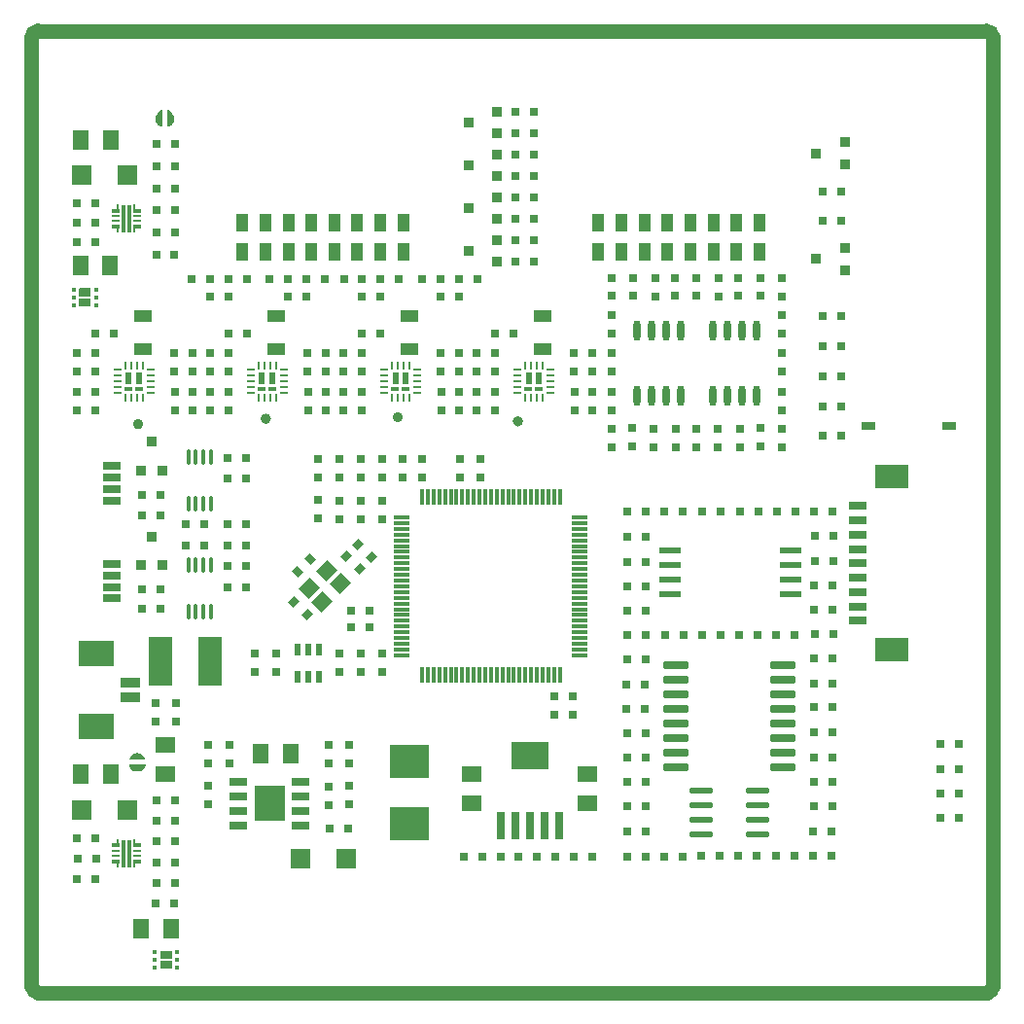
<source format=gbr>
G04*
G04 #@! TF.GenerationSoftware,Altium Limited,Altium Designer,24.1.2 (44)*
G04*
G04 Layer_Color=8421504*
%FSLAX44Y44*%
%MOMM*%
G71*
G04*
G04 #@! TF.SameCoordinates,9C78AE07-0A78-4655-BEE4-92392129F010*
G04*
G04*
G04 #@! TF.FilePolarity,Positive*
G04*
G01*
G75*
%ADD23C,0.5000*%
%ADD26C,1.2300*%
%ADD27R,0.2500X0.6500*%
%ADD28R,0.6500X0.3000*%
%ADD29R,0.6000X1.0000*%
%ADD30R,0.6500X0.2500*%
%ADD31R,0.6500X0.2286*%
%ADD32R,0.3000X2.4000*%
%ADD33R,0.6500X0.3000*%
%ADD34R,1.4000X1.8000*%
%ADD35R,1.8000X1.4000*%
%ADD36R,1.5000X1.0000*%
%ADD37R,0.7000X0.8000*%
G04:AMPARAMS|DCode=38|XSize=0.8mm|YSize=0.7mm|CornerRadius=0mm|HoleSize=0mm|Usage=FLASHONLY|Rotation=45.000|XOffset=0mm|YOffset=0mm|HoleType=Round|Shape=Rectangle|*
%AMROTATEDRECTD38*
4,1,4,-0.0354,-0.5303,-0.5303,-0.0354,0.0354,0.5303,0.5303,0.0354,-0.0354,-0.5303,0.0*
%
%ADD38ROTATEDRECTD38*%

G04:AMPARAMS|DCode=39|XSize=0.8mm|YSize=0.7mm|CornerRadius=0mm|HoleSize=0mm|Usage=FLASHONLY|Rotation=315.000|XOffset=0mm|YOffset=0mm|HoleType=Round|Shape=Rectangle|*
%AMROTATEDRECTD39*
4,1,4,-0.5303,0.0354,-0.0354,0.5303,0.5303,-0.0354,0.0354,-0.5303,-0.5303,0.0354,0.0*
%
%ADD39ROTATEDRECTD39*%

%ADD40R,0.8000X0.7000*%
%ADD41R,1.5494X0.6604*%
G04:AMPARAMS|DCode=42|XSize=1.55mm|YSize=0.6mm|CornerRadius=0.03mm|HoleSize=0mm|Usage=FLASHONLY|Rotation=180.000|XOffset=0mm|YOffset=0mm|HoleType=Round|Shape=RoundedRectangle|*
%AMROUNDEDRECTD42*
21,1,1.5500,0.5400,0,0,180.0*
21,1,1.4900,0.6000,0,0,180.0*
1,1,0.0600,-0.7450,0.2700*
1,1,0.0600,0.7450,0.2700*
1,1,0.0600,0.7450,-0.2700*
1,1,0.0600,-0.7450,-0.2700*
%
%ADD42ROUNDEDRECTD42*%
%ADD43R,3.0000X2.1000*%
%ADD44R,1.6000X0.8000*%
%ADD45R,0.3300X1.3500*%
%ADD46R,1.3500X0.3300*%
G04:AMPARAMS|DCode=47|XSize=2.16mm|YSize=0.72mm|CornerRadius=0.18mm|HoleSize=0mm|Usage=FLASHONLY|Rotation=0.000|XOffset=0mm|YOffset=0mm|HoleType=Round|Shape=RoundedRectangle|*
%AMROUNDEDRECTD47*
21,1,2.1600,0.3600,0,0,0.0*
21,1,1.8000,0.7200,0,0,0.0*
1,1,0.3600,0.9000,-0.1800*
1,1,0.3600,-0.9000,-0.1800*
1,1,0.3600,-0.9000,0.1800*
1,1,0.3600,0.9000,0.1800*
%
%ADD47ROUNDEDRECTD47*%
%ADD48R,1.2000X0.8000*%
%ADD49R,2.0000X4.2000*%
%ADD50R,0.4500X0.3000*%
%ADD51R,1.8000X1.8000*%
%ADD52R,0.9500X0.9000*%
%ADD53R,1.0000X1.5000*%
%ADD54O,0.3500X1.4000*%
%ADD55O,0.6000X1.8000*%
%ADD56R,3.0988X2.2098*%
%ADD57R,1.7018X0.8128*%
G04:AMPARAMS|DCode=58|XSize=1.4mm|YSize=1.2mm|CornerRadius=0mm|HoleSize=0mm|Usage=FLASHONLY|Rotation=45.000|XOffset=0mm|YOffset=0mm|HoleType=Round|Shape=Rectangle|*
%AMROTATEDRECTD58*
4,1,4,-0.0707,-0.9192,-0.9192,-0.0707,0.0707,0.9192,0.9192,0.0707,-0.0707,-0.9192,0.0*
%
%ADD58ROTATEDRECTD58*%

G04:AMPARAMS|DCode=59|XSize=0.7mm|YSize=2.4mm|CornerRadius=0.049mm|HoleSize=0mm|Usage=FLASHONLY|Rotation=180.000|XOffset=0mm|YOffset=0mm|HoleType=Round|Shape=RoundedRectangle|*
%AMROUNDEDRECTD59*
21,1,0.7000,2.3020,0,0,180.0*
21,1,0.6020,2.4000,0,0,180.0*
1,1,0.0980,-0.3010,1.1510*
1,1,0.0980,0.3010,1.1510*
1,1,0.0980,0.3010,-1.1510*
1,1,0.0980,-0.3010,-1.1510*
%
%ADD59ROUNDEDRECTD59*%
G04:AMPARAMS|DCode=60|XSize=3.2mm|YSize=2.4mm|CornerRadius=0.048mm|HoleSize=0mm|Usage=FLASHONLY|Rotation=180.000|XOffset=0mm|YOffset=0mm|HoleType=Round|Shape=RoundedRectangle|*
%AMROUNDEDRECTD60*
21,1,3.2000,2.3040,0,0,180.0*
21,1,3.1040,2.4000,0,0,180.0*
1,1,0.0960,-1.5520,1.1520*
1,1,0.0960,1.5520,1.1520*
1,1,0.0960,1.5520,-1.1520*
1,1,0.0960,-1.5520,-1.1520*
%
%ADD60ROUNDEDRECTD60*%
%ADD61R,3.5000X2.9500*%
G04:AMPARAMS|DCode=62|XSize=1.96mm|YSize=0.57mm|CornerRadius=0.1397mm|HoleSize=0mm|Usage=FLASHONLY|Rotation=0.000|XOffset=0mm|YOffset=0mm|HoleType=Round|Shape=RoundedRectangle|*
%AMROUNDEDRECTD62*
21,1,1.9600,0.2907,0,0,0.0*
21,1,1.6807,0.5700,0,0,0.0*
1,1,0.2793,0.8404,-0.1454*
1,1,0.2793,-0.8404,-0.1454*
1,1,0.2793,-0.8404,0.1454*
1,1,0.2793,0.8404,0.1454*
%
%ADD62ROUNDEDRECTD62*%
%ADD63R,1.9539X0.5821*%
%ADD64R,0.9000X0.9500*%
G36*
X125085Y774745D02*
X126056Y774404D01*
X126971Y773933D01*
X127812Y773342D01*
X128566Y772641D01*
X129216Y771844D01*
X129752Y770966D01*
X130163Y770023D01*
X130441Y769033D01*
X130581Y768014D01*
Y766985D01*
X130441Y765966D01*
X130163Y764976D01*
X129752Y764032D01*
X129216Y763154D01*
X128566Y762357D01*
X127812Y761657D01*
X126971Y761066D01*
X126056Y760595D01*
X125085Y760254D01*
X124581Y760151D01*
X124581Y774848D01*
X124581D01*
X125085Y774745D01*
D02*
G37*
G36*
X120421Y760147D02*
X120421D01*
X119917Y760250D01*
X118947Y760592D01*
X118032Y761062D01*
X117191Y761654D01*
X116437Y762354D01*
X115787Y763151D01*
X115251Y764029D01*
X114840Y764972D01*
X114562Y765963D01*
X114421Y766982D01*
X114421Y768010D01*
X114562Y769029D01*
X114840Y770020D01*
X115251Y770963D01*
X115787Y771841D01*
X116437Y772638D01*
X117191Y773338D01*
X118032Y773930D01*
X118947Y774400D01*
X119917Y774742D01*
X120421Y774845D01*
X120421Y760147D01*
D02*
G37*
G36*
X57359Y619487D02*
X57451Y619459D01*
X57535Y619414D01*
X57610Y619353D01*
X57670Y619279D01*
X57716Y619194D01*
X57744Y619102D01*
X57753Y619007D01*
Y612987D01*
X57744Y612891D01*
X57716Y612799D01*
X57670Y612715D01*
X57610Y612640D01*
X57535Y612579D01*
X57451Y612534D01*
X57359Y612506D01*
X57263Y612497D01*
X48243D01*
X48147Y612506D01*
X48056Y612534D01*
X47971Y612579D01*
X47897Y612640D01*
X47836Y612715D01*
X47790Y612799D01*
X47762Y612891D01*
X47753Y612987D01*
Y619007D01*
X47762Y619102D01*
X47790Y619194D01*
X47836Y619279D01*
X47897Y619353D01*
X47971Y619414D01*
X48056Y619459D01*
X48147Y619487D01*
X48243Y619497D01*
X57263D01*
X57359Y619487D01*
D02*
G37*
G36*
Y610487D02*
X57451Y610460D01*
X57535Y610414D01*
X57610Y610353D01*
X57670Y610279D01*
X57716Y610194D01*
X57744Y610102D01*
X57753Y610007D01*
Y603987D01*
X57744Y603891D01*
X57716Y603799D01*
X57670Y603715D01*
X57610Y603640D01*
X57535Y603579D01*
X57451Y603534D01*
X57359Y603506D01*
X57263Y603497D01*
X48243D01*
X48147Y603506D01*
X48056Y603534D01*
X47971Y603579D01*
X47897Y603640D01*
X47836Y603715D01*
X47790Y603799D01*
X47762Y603891D01*
X47753Y603987D01*
Y610007D01*
X47762Y610102D01*
X47790Y610194D01*
X47836Y610279D01*
X47897Y610353D01*
X47971Y610414D01*
X48056Y610460D01*
X48147Y610487D01*
X48243Y610497D01*
X57263D01*
X57359Y610487D01*
D02*
G37*
G36*
X100086Y214691D02*
X101076Y214412D01*
X102019Y214002D01*
X102898Y213466D01*
X103694Y212815D01*
X104395Y212062D01*
X104986Y211220D01*
X105457Y210306D01*
X105798Y209335D01*
X105901Y208831D01*
X91204Y208831D01*
Y208831D01*
X91307Y209335D01*
X91648Y210306D01*
X92119Y211220D01*
X92710Y212062D01*
X93411Y212815D01*
X94208Y213466D01*
X95086Y214002D01*
X96029Y214412D01*
X97019Y214691D01*
X98038Y214831D01*
X99067D01*
X100086Y214691D01*
D02*
G37*
G36*
X105904Y204671D02*
X105801Y204167D01*
X105460Y203197D01*
X104989Y202282D01*
X104398Y201440D01*
X103698Y200687D01*
X102901Y200036D01*
X102023Y199501D01*
X101080Y199090D01*
X100089Y198812D01*
X99070Y198671D01*
X98041D01*
X97022Y198812D01*
X96032Y199090D01*
X95089Y199501D01*
X94211Y200036D01*
X93414Y200687D01*
X92713Y201440D01*
X92122Y202282D01*
X91652Y203197D01*
X91310Y204167D01*
X91207Y204671D01*
X105904Y204671D01*
Y204671D01*
D02*
G37*
G36*
X226753Y155497D02*
X200753D01*
Y186497D01*
X226753D01*
Y155497D01*
D02*
G37*
G36*
X128278Y42832D02*
X128370Y42804D01*
X128454Y42759D01*
X128529Y42698D01*
X128590Y42624D01*
X128635Y42539D01*
X128663Y42447D01*
X128672Y42352D01*
Y36332D01*
X128663Y36236D01*
X128635Y36144D01*
X128590Y36060D01*
X128529Y35985D01*
X128454Y35924D01*
X128370Y35879D01*
X128278Y35851D01*
X128182Y35842D01*
X119162D01*
X119066Y35851D01*
X118975Y35879D01*
X118890Y35924D01*
X118816Y35985D01*
X118755Y36060D01*
X118709Y36144D01*
X118682Y36236D01*
X118672Y36332D01*
Y42352D01*
X118682Y42447D01*
X118709Y42539D01*
X118755Y42624D01*
X118816Y42698D01*
X118890Y42759D01*
X118975Y42804D01*
X119066Y42832D01*
X119162Y42842D01*
X128182D01*
X128278Y42832D01*
D02*
G37*
G36*
Y33832D02*
X128370Y33805D01*
X128454Y33759D01*
X128529Y33698D01*
X128590Y33624D01*
X128635Y33539D01*
X128663Y33447D01*
X128672Y33352D01*
Y27332D01*
X128663Y27236D01*
X128635Y27144D01*
X128590Y27060D01*
X128529Y26985D01*
X128454Y26924D01*
X128370Y26879D01*
X128278Y26851D01*
X128182Y26842D01*
X119162D01*
X119066Y26851D01*
X118975Y26879D01*
X118890Y26924D01*
X118816Y26985D01*
X118755Y27060D01*
X118709Y27144D01*
X118682Y27236D01*
X118672Y27332D01*
Y33352D01*
X118682Y33447D01*
X118709Y33539D01*
X118755Y33624D01*
X118816Y33698D01*
X118890Y33759D01*
X118975Y33805D01*
X119066Y33832D01*
X119162Y33842D01*
X128182D01*
X128278Y33832D01*
D02*
G37*
D23*
X431847Y503690D02*
G03*
X431847Y503690I-2000J0D01*
G01*
X101207Y501162D02*
G03*
X101207Y501162I-2000J0D01*
G01*
X212399Y505936D02*
G03*
X212399Y505936I-2000J0D01*
G01*
X327343Y507214D02*
G03*
X327343Y507214I-2000J0D01*
G01*
D26*
X843653Y837997D02*
G03*
X838020Y843646I-5650J0D01*
G01*
X838003Y6347D02*
G03*
X843653Y11984I0J5650D01*
G01*
X6353Y11997D02*
G03*
X11991Y6347I5650J0D01*
G01*
X12003Y843647D02*
G03*
X6353Y838009I0J-5650D01*
G01*
X843653Y11997D02*
X843653Y837971D01*
X12003Y6347D02*
X837978Y6347D01*
X12021Y843647D02*
X838003Y843646D01*
X6353Y12022D02*
X6353Y837997D01*
D27*
X204120Y552437D02*
D03*
Y524237D02*
D03*
X209121D02*
D03*
X214121D02*
D03*
X219121D02*
D03*
X209121Y552437D02*
D03*
X214121D02*
D03*
X219121D02*
D03*
X320152D02*
D03*
Y524237D02*
D03*
X325152D02*
D03*
X330152D02*
D03*
X335152D02*
D03*
X325152Y552437D02*
D03*
X330152D02*
D03*
X335152D02*
D03*
X96142Y688897D02*
D03*
X81642D02*
D03*
X81642Y671397D02*
D03*
X96113D02*
D03*
X96021Y136168D02*
D03*
X81522D02*
D03*
X81522Y118668D02*
D03*
X95992D02*
D03*
X436183Y552437D02*
D03*
Y524237D02*
D03*
X441183D02*
D03*
X446183D02*
D03*
X451183D02*
D03*
X441183Y552437D02*
D03*
X446183D02*
D03*
X451183D02*
D03*
X88089D02*
D03*
Y524237D02*
D03*
X93089D02*
D03*
X98089D02*
D03*
X103089D02*
D03*
X93089Y552437D02*
D03*
X98089D02*
D03*
X103089D02*
D03*
D28*
X206871Y531834D02*
D03*
X216371D02*
D03*
X322902D02*
D03*
X332402D02*
D03*
X438933D02*
D03*
X448433D02*
D03*
X90839D02*
D03*
X100339D02*
D03*
D29*
X207120Y541337D02*
D03*
X216120D02*
D03*
X323152D02*
D03*
X332152D02*
D03*
X100089D02*
D03*
X439183D02*
D03*
X448183D02*
D03*
X91089D02*
D03*
X237849Y280824D02*
D03*
X256849D02*
D03*
X237849Y304824D02*
D03*
X247349D02*
D03*
X256849D02*
D03*
X247349Y280824D02*
D03*
D30*
X197370Y528337D02*
D03*
Y533337D02*
D03*
Y543337D02*
D03*
Y548337D02*
D03*
X225870D02*
D03*
Y543337D02*
D03*
Y538337D02*
D03*
Y533337D02*
D03*
Y528337D02*
D03*
X313402D02*
D03*
Y533337D02*
D03*
Y543337D02*
D03*
Y548337D02*
D03*
X341902D02*
D03*
Y543337D02*
D03*
Y538337D02*
D03*
Y533337D02*
D03*
Y528337D02*
D03*
X79642Y682395D02*
D03*
Y677904D02*
D03*
X98142Y682395D02*
D03*
X98112Y677904D02*
D03*
X79522Y129666D02*
D03*
Y125175D02*
D03*
X98021Y129666D02*
D03*
X97992Y125175D02*
D03*
X429433Y528337D02*
D03*
Y533337D02*
D03*
Y543337D02*
D03*
Y548337D02*
D03*
X457933D02*
D03*
Y543337D02*
D03*
Y538337D02*
D03*
Y533337D02*
D03*
Y528337D02*
D03*
X81339D02*
D03*
Y533337D02*
D03*
Y543337D02*
D03*
Y548337D02*
D03*
X109839D02*
D03*
Y543337D02*
D03*
Y538337D02*
D03*
Y533337D02*
D03*
Y528337D02*
D03*
D31*
X197370Y538337D02*
D03*
X313402D02*
D03*
X429433D02*
D03*
X81339D02*
D03*
D32*
X91383Y680147D02*
D03*
X86383Y680136D02*
D03*
X91263Y127418D02*
D03*
X86262Y127408D02*
D03*
D33*
X79642Y673147D02*
D03*
X98142Y687147D02*
D03*
X79642D02*
D03*
X98113Y673147D02*
D03*
X79522Y120418D02*
D03*
X98021Y134418D02*
D03*
X79522D02*
D03*
X97992Y120418D02*
D03*
D34*
X231983Y214248D02*
D03*
X205983D02*
D03*
X75336Y748939D02*
D03*
X49336D02*
D03*
X75215Y196210D02*
D03*
X49215D02*
D03*
X75019Y639431D02*
D03*
X49019D02*
D03*
X102007Y62085D02*
D03*
X128006D02*
D03*
D35*
X489971Y170912D02*
D03*
Y196912D02*
D03*
X389387Y170912D02*
D03*
Y196912D02*
D03*
X123005Y196169D02*
D03*
Y222169D02*
D03*
D36*
X451658Y566527D02*
D03*
Y594990D02*
D03*
X219596Y566527D02*
D03*
Y594990D02*
D03*
X335627Y566527D02*
D03*
Y594990D02*
D03*
X103565Y566527D02*
D03*
Y594990D02*
D03*
D37*
X102959Y340085D02*
D03*
X118959D02*
D03*
Y357371D02*
D03*
X102959D02*
D03*
Y421891D02*
D03*
X118959D02*
D03*
X118959Y439179D02*
D03*
X102959D02*
D03*
X711332Y491167D02*
D03*
X695332D02*
D03*
X284670Y324371D02*
D03*
X300670D02*
D03*
Y338680D02*
D03*
X284670D02*
D03*
X362812Y611883D02*
D03*
X378812D02*
D03*
X229495D02*
D03*
X245495D02*
D03*
X378812Y627123D02*
D03*
X394812D02*
D03*
X245495D02*
D03*
X261495D02*
D03*
X426096Y580255D02*
D03*
X410096D02*
D03*
X194033D02*
D03*
X178033D02*
D03*
X362812Y627119D02*
D03*
X346812D02*
D03*
X229495Y627123D02*
D03*
X213495D02*
D03*
X162033Y612645D02*
D03*
X178033D02*
D03*
X294310Y611883D02*
D03*
X310310D02*
D03*
Y627119D02*
D03*
X326310D02*
D03*
X178033Y627123D02*
D03*
X194033D02*
D03*
X310065Y580255D02*
D03*
X294065D02*
D03*
X78002D02*
D03*
X62002D02*
D03*
X294310Y627123D02*
D03*
X278310D02*
D03*
X162033D02*
D03*
X146033D02*
D03*
X573136Y124958D02*
D03*
X557136D02*
D03*
X605517Y125614D02*
D03*
X589517D02*
D03*
X557490Y425006D02*
D03*
X573490D02*
D03*
X525254D02*
D03*
X541254D02*
D03*
X590029Y317502D02*
D03*
X606030D02*
D03*
X558408D02*
D03*
X574408D02*
D03*
X654543D02*
D03*
X670543D02*
D03*
X622667D02*
D03*
X638667D02*
D03*
X606303Y425006D02*
D03*
X590303D02*
D03*
X639116D02*
D03*
X623116D02*
D03*
X654281Y125614D02*
D03*
X670281D02*
D03*
X621899D02*
D03*
X637899D02*
D03*
X687770Y297596D02*
D03*
X703770D02*
D03*
X687770Y254826D02*
D03*
X703770D02*
D03*
X462644Y124958D02*
D03*
X446644D02*
D03*
X494669D02*
D03*
X478669D02*
D03*
X265709Y148747D02*
D03*
X281709D02*
D03*
X414619Y124958D02*
D03*
X430619D02*
D03*
X382594D02*
D03*
X398594D02*
D03*
X61983Y693329D02*
D03*
X45983D02*
D03*
X61863Y140600D02*
D03*
X45862D02*
D03*
X61983Y659997D02*
D03*
X45983D02*
D03*
X62003Y104997D02*
D03*
X46003D02*
D03*
X192985Y472091D02*
D03*
X176985D02*
D03*
X157075Y395815D02*
D03*
X141075D02*
D03*
X192893Y377601D02*
D03*
X176893D02*
D03*
X157075Y413809D02*
D03*
X141075D02*
D03*
X176877Y359432D02*
D03*
X192877D02*
D03*
X176893Y453997D02*
D03*
X192893D02*
D03*
X176983Y413809D02*
D03*
X192983D02*
D03*
X176983Y395578D02*
D03*
X192983D02*
D03*
X711503Y516550D02*
D03*
X695503D02*
D03*
X711329Y595397D02*
D03*
X695329D02*
D03*
X711329Y678431D02*
D03*
X695329D02*
D03*
X711329Y703374D02*
D03*
X695329D02*
D03*
X711329Y542832D02*
D03*
X695329D02*
D03*
X711329Y569114D02*
D03*
X695329D02*
D03*
X427609Y661096D02*
D03*
X443609D02*
D03*
X427609Y642459D02*
D03*
X443609D02*
D03*
X427609Y698370D02*
D03*
X443609D02*
D03*
X427609Y679733D02*
D03*
X443609D02*
D03*
X427609Y735645D02*
D03*
X443609D02*
D03*
X427609Y717007D02*
D03*
X443609D02*
D03*
X427609Y772919D02*
D03*
X443609D02*
D03*
X427609Y754282D02*
D03*
X443609D02*
D03*
X525003Y360144D02*
D03*
X541003D02*
D03*
X525003Y338823D02*
D03*
X541003D02*
D03*
X525003Y232218D02*
D03*
X541003D02*
D03*
X525003Y210898D02*
D03*
X541003D02*
D03*
X525003Y168256D02*
D03*
X541003D02*
D03*
X525003Y146935D02*
D03*
X541003D02*
D03*
X525003Y189577D02*
D03*
X541003D02*
D03*
X524495Y253539D02*
D03*
X540495D02*
D03*
X525003Y317502D02*
D03*
X541003D02*
D03*
X525003Y124959D02*
D03*
X541003D02*
D03*
X525003Y296181D02*
D03*
X541003D02*
D03*
X525003Y381465D02*
D03*
X541003D02*
D03*
X525003Y402785D02*
D03*
X541003D02*
D03*
X524495Y274860D02*
D03*
X540495D02*
D03*
X686912Y125615D02*
D03*
X702912D02*
D03*
X686912Y147000D02*
D03*
X702912D02*
D03*
X797397Y222541D02*
D03*
X813397D02*
D03*
X797397Y201156D02*
D03*
X813397D02*
D03*
X797397Y179771D02*
D03*
X813397D02*
D03*
X797399Y158385D02*
D03*
X813399D02*
D03*
X655169Y425006D02*
D03*
X671169D02*
D03*
X688003Y425006D02*
D03*
X704003D02*
D03*
X131078Y744997D02*
D03*
X115078D02*
D03*
X131003Y173997D02*
D03*
X115003D02*
D03*
X688192Y403621D02*
D03*
X704192D02*
D03*
X688192Y382236D02*
D03*
X704192D02*
D03*
X115253Y725797D02*
D03*
X131253D02*
D03*
X115132Y155901D02*
D03*
X131132D02*
D03*
X688003Y339466D02*
D03*
X704003D02*
D03*
X46232Y676441D02*
D03*
X62232D02*
D03*
X47003Y122997D02*
D03*
X63003D02*
D03*
X688003Y360851D02*
D03*
X704003D02*
D03*
X688192Y318081D02*
D03*
X704192D02*
D03*
X688019Y275311D02*
D03*
X704019D02*
D03*
X688019Y232541D02*
D03*
X704019D02*
D03*
X688019Y211156D02*
D03*
X704019D02*
D03*
X688019Y189771D02*
D03*
X704019D02*
D03*
X688019Y168386D02*
D03*
X704019D02*
D03*
X131253Y687397D02*
D03*
X115253D02*
D03*
X115253Y706597D02*
D03*
X131253D02*
D03*
X131132Y119709D02*
D03*
X115132D02*
D03*
X115132Y137805D02*
D03*
X131132D02*
D03*
X130876Y648997D02*
D03*
X114875D02*
D03*
X130755Y83518D02*
D03*
X114755D02*
D03*
X115253Y668197D02*
D03*
X131253D02*
D03*
X115132Y101614D02*
D03*
X131132D02*
D03*
D38*
X246276Y335141D02*
D03*
X234963Y346455D02*
D03*
X290902Y396397D02*
D03*
X302215Y385083D02*
D03*
X292089Y375153D02*
D03*
X280775Y386467D02*
D03*
D39*
X237914Y372340D02*
D03*
X249227Y383654D02*
D03*
D40*
X461390Y263862D02*
D03*
Y247862D02*
D03*
X346756Y471076D02*
D03*
Y455076D02*
D03*
X329600Y455074D02*
D03*
Y471074D02*
D03*
X479203Y529317D02*
D03*
Y513317D02*
D03*
X247141Y529317D02*
D03*
Y513317D02*
D03*
X494872Y529317D02*
D03*
Y513317D02*
D03*
X262810Y529317D02*
D03*
Y513317D02*
D03*
X246780Y547116D02*
D03*
Y563116D02*
D03*
X177715Y547116D02*
D03*
Y563116D02*
D03*
X394242Y513317D02*
D03*
Y529317D02*
D03*
X409778D02*
D03*
Y513317D02*
D03*
X162180D02*
D03*
Y529317D02*
D03*
X177715D02*
D03*
Y513317D02*
D03*
X262810Y547116D02*
D03*
Y563116D02*
D03*
X162060Y547116D02*
D03*
Y563116D02*
D03*
X362812Y547116D02*
D03*
Y563116D02*
D03*
X293746Y547116D02*
D03*
Y563116D02*
D03*
X378841Y547116D02*
D03*
Y563116D02*
D03*
X278091Y547116D02*
D03*
Y563116D02*
D03*
X363172Y529317D02*
D03*
Y513317D02*
D03*
X131109Y529317D02*
D03*
Y513317D02*
D03*
X378841Y529317D02*
D03*
Y513317D02*
D03*
X146778Y529317D02*
D03*
Y513317D02*
D03*
X478843Y547116D02*
D03*
Y563116D02*
D03*
X130749Y547116D02*
D03*
Y563116D02*
D03*
X278211Y513317D02*
D03*
Y529317D02*
D03*
X293746D02*
D03*
Y513317D02*
D03*
X46149D02*
D03*
Y529317D02*
D03*
X61684D02*
D03*
Y513317D02*
D03*
X409778Y547116D02*
D03*
Y563116D02*
D03*
X61684Y547116D02*
D03*
Y563116D02*
D03*
X494872Y547116D02*
D03*
Y563116D02*
D03*
X146778Y547116D02*
D03*
Y563116D02*
D03*
X394122Y547116D02*
D03*
Y563116D02*
D03*
X46028Y547116D02*
D03*
Y563116D02*
D03*
X604414Y612467D02*
D03*
Y628467D02*
D03*
X623277Y496821D02*
D03*
Y480821D02*
D03*
X549188Y612467D02*
D03*
Y628467D02*
D03*
X567383Y496821D02*
D03*
Y480821D02*
D03*
X659639Y529317D02*
D03*
Y513317D02*
D03*
X659639Y612467D02*
D03*
Y628467D02*
D03*
X659639Y580101D02*
D03*
Y596101D02*
D03*
Y563284D02*
D03*
Y547284D02*
D03*
X511489Y496821D02*
D03*
Y480821D02*
D03*
X511473Y529317D02*
D03*
Y513317D02*
D03*
Y580101D02*
D03*
Y596101D02*
D03*
Y547284D02*
D03*
Y563284D02*
D03*
X114003Y241997D02*
D03*
Y257997D02*
D03*
X131959Y241997D02*
D03*
Y257997D02*
D03*
X283010Y185997D02*
D03*
Y169997D02*
D03*
Y221748D02*
D03*
Y205748D02*
D03*
X160415D02*
D03*
Y221748D02*
D03*
X160253Y169997D02*
D03*
Y185997D02*
D03*
X477822Y264118D02*
D03*
Y248118D02*
D03*
X311600Y301189D02*
D03*
Y285189D02*
D03*
X293062Y301189D02*
D03*
Y285189D02*
D03*
X274525Y301189D02*
D03*
Y285189D02*
D03*
X200627Y301189D02*
D03*
Y285189D02*
D03*
X219450Y301189D02*
D03*
Y285189D02*
D03*
X396850Y471164D02*
D03*
Y455164D02*
D03*
X379720Y455162D02*
D03*
Y471162D02*
D03*
X311600Y470574D02*
D03*
Y454574D02*
D03*
Y434610D02*
D03*
Y418610D02*
D03*
X274525Y470570D02*
D03*
Y454571D02*
D03*
Y434610D02*
D03*
Y418610D02*
D03*
X293062Y470570D02*
D03*
Y454571D02*
D03*
Y434610D02*
D03*
Y418610D02*
D03*
X255988Y435234D02*
D03*
Y419234D02*
D03*
Y470570D02*
D03*
Y454571D02*
D03*
X640838Y628717D02*
D03*
Y612718D02*
D03*
X641009Y481589D02*
D03*
Y497589D02*
D03*
X621922Y612716D02*
D03*
Y628716D02*
D03*
X603746Y497212D02*
D03*
Y481212D02*
D03*
X585105Y612716D02*
D03*
Y628716D02*
D03*
X659640Y497212D02*
D03*
Y481212D02*
D03*
X529880Y628717D02*
D03*
Y612718D02*
D03*
X529221Y481589D02*
D03*
Y497589D02*
D03*
X566697Y612716D02*
D03*
Y628716D02*
D03*
X547852Y497212D02*
D03*
Y481212D02*
D03*
X511471Y612716D02*
D03*
Y628716D02*
D03*
X585115Y497212D02*
D03*
Y481212D02*
D03*
X265373Y169746D02*
D03*
Y185746D02*
D03*
Y205997D02*
D03*
Y221997D02*
D03*
X178467Y205997D02*
D03*
Y221997D02*
D03*
D41*
X76215Y434633D02*
D03*
Y444633D02*
D03*
Y454633D02*
D03*
Y464633D02*
D03*
Y379407D02*
D03*
Y369407D02*
D03*
Y359407D02*
D03*
Y349407D02*
D03*
D42*
X186753Y151947D02*
D03*
Y164647D02*
D03*
Y177347D02*
D03*
Y190047D02*
D03*
X240753D02*
D03*
Y177347D02*
D03*
Y164647D02*
D03*
Y151947D02*
D03*
D43*
X755003Y304497D02*
D03*
Y455497D02*
D03*
D44*
X726003Y429997D02*
D03*
Y417497D02*
D03*
Y404997D02*
D03*
Y392497D02*
D03*
Y379997D02*
D03*
Y367497D02*
D03*
Y354997D02*
D03*
Y342497D02*
D03*
Y329997D02*
D03*
D45*
X431390Y282539D02*
D03*
X436390D02*
D03*
X441390D02*
D03*
X446390D02*
D03*
X466390Y437539D02*
D03*
X461390D02*
D03*
X456390D02*
D03*
X411390Y282539D02*
D03*
X416390D02*
D03*
X421390D02*
D03*
X426390Y282539D02*
D03*
X451390Y282539D02*
D03*
X456390D02*
D03*
X461390D02*
D03*
X466390D02*
D03*
X361390Y437539D02*
D03*
X356390D02*
D03*
X351390D02*
D03*
X346390D02*
D03*
Y282539D02*
D03*
X351390D02*
D03*
X356390D02*
D03*
X361390Y282539D02*
D03*
X366390Y282539D02*
D03*
X371390D02*
D03*
X376390D02*
D03*
X381390D02*
D03*
X386390D02*
D03*
X391390Y282539D02*
D03*
X396390D02*
D03*
X401390Y282539D02*
D03*
X406390D02*
D03*
X451390Y437539D02*
D03*
X446390D02*
D03*
X441390D02*
D03*
X436390D02*
D03*
X431390D02*
D03*
X426390D02*
D03*
X421390D02*
D03*
X416390D02*
D03*
X411390D02*
D03*
X406390D02*
D03*
X401390D02*
D03*
X396390D02*
D03*
X391390D02*
D03*
X386390D02*
D03*
X381390D02*
D03*
X376390D02*
D03*
X371390D02*
D03*
X366390D02*
D03*
D46*
X483890Y340039D02*
D03*
X483890Y345039D02*
D03*
Y350039D02*
D03*
Y355039D02*
D03*
Y360039D02*
D03*
Y365039D02*
D03*
X483890Y370039D02*
D03*
Y375039D02*
D03*
X483890Y380039D02*
D03*
Y385039D02*
D03*
Y390039D02*
D03*
Y395039D02*
D03*
Y400039D02*
D03*
X483890Y405039D02*
D03*
X483890Y410039D02*
D03*
Y415039D02*
D03*
Y420039D02*
D03*
X328890D02*
D03*
Y415039D02*
D03*
Y410039D02*
D03*
Y405039D02*
D03*
Y400039D02*
D03*
Y395039D02*
D03*
Y390039D02*
D03*
Y385039D02*
D03*
Y380039D02*
D03*
Y375039D02*
D03*
Y370039D02*
D03*
Y365039D02*
D03*
Y360039D02*
D03*
Y355039D02*
D03*
Y350039D02*
D03*
Y345039D02*
D03*
Y340039D02*
D03*
X483890Y300039D02*
D03*
Y305039D02*
D03*
Y310039D02*
D03*
Y315039D02*
D03*
Y320039D02*
D03*
Y325039D02*
D03*
Y330039D02*
D03*
Y335039D02*
D03*
X328890Y335039D02*
D03*
Y330039D02*
D03*
Y325039D02*
D03*
Y320039D02*
D03*
Y315039D02*
D03*
Y310039D02*
D03*
Y305039D02*
D03*
Y300039D02*
D03*
D47*
X660519Y291167D02*
D03*
Y278467D02*
D03*
Y265767D02*
D03*
Y253067D02*
D03*
Y240367D02*
D03*
Y227667D02*
D03*
Y214967D02*
D03*
Y202267D02*
D03*
X567519D02*
D03*
Y214967D02*
D03*
Y227667D02*
D03*
Y240367D02*
D03*
Y253067D02*
D03*
Y265767D02*
D03*
Y278467D02*
D03*
Y291167D02*
D03*
D48*
X805003Y499997D02*
D03*
X735003D02*
D03*
D49*
X161703Y294997D02*
D03*
X118303D02*
D03*
D50*
X113922Y28342D02*
D03*
Y34842D02*
D03*
Y41342D02*
D03*
X133422D02*
D03*
Y34842D02*
D03*
Y28342D02*
D03*
X62503Y617997D02*
D03*
Y611497D02*
D03*
Y604997D02*
D03*
X43003D02*
D03*
Y611497D02*
D03*
Y617997D02*
D03*
D51*
X89884Y165607D02*
D03*
X49884D02*
D03*
X50005Y718336D02*
D03*
X90005D02*
D03*
X280503Y122744D02*
D03*
X240503D02*
D03*
D52*
X411993Y661458D02*
D03*
X386993Y651958D02*
D03*
X411993Y642458D02*
D03*
Y698696D02*
D03*
X386993Y689196D02*
D03*
X411993Y679696D02*
D03*
Y735934D02*
D03*
X386993Y726434D02*
D03*
X411993Y716934D02*
D03*
Y754172D02*
D03*
X386993Y763672D02*
D03*
X411993Y773172D02*
D03*
X714305Y654403D02*
D03*
Y635403D02*
D03*
X689305Y644903D02*
D03*
X714305Y746605D02*
D03*
Y727605D02*
D03*
X689305Y737105D02*
D03*
D53*
X640003Y676497D02*
D03*
Y651497D02*
D03*
X620003Y676497D02*
D03*
Y651497D02*
D03*
X600003Y676497D02*
D03*
Y651497D02*
D03*
X580003Y676497D02*
D03*
Y651497D02*
D03*
X560003Y676497D02*
D03*
Y651497D02*
D03*
X540003Y676497D02*
D03*
Y651497D02*
D03*
X520003Y676497D02*
D03*
Y651497D02*
D03*
X500003Y676497D02*
D03*
Y651497D02*
D03*
X190003Y651497D02*
D03*
Y676497D02*
D03*
X210003Y651497D02*
D03*
Y676497D02*
D03*
X230003Y651497D02*
D03*
Y676497D02*
D03*
X250003Y651497D02*
D03*
Y676497D02*
D03*
X270003Y651497D02*
D03*
Y676497D02*
D03*
X290003Y651497D02*
D03*
Y676497D02*
D03*
X310003Y651497D02*
D03*
Y676497D02*
D03*
X330003Y651497D02*
D03*
Y676497D02*
D03*
D54*
X162381Y378871D02*
D03*
X155881D02*
D03*
X149381D02*
D03*
X142881D02*
D03*
X162381Y337871D02*
D03*
X155881D02*
D03*
X149381D02*
D03*
X142881D02*
D03*
X162381Y472525D02*
D03*
X155881D02*
D03*
X149381D02*
D03*
X142881D02*
D03*
X162381Y431525D02*
D03*
X155881D02*
D03*
X149381D02*
D03*
X142881D02*
D03*
D55*
X637981Y582592D02*
D03*
X625281D02*
D03*
X612581D02*
D03*
X599881D02*
D03*
X637981Y526092D02*
D03*
X625281D02*
D03*
X612581D02*
D03*
X599881D02*
D03*
X533841Y526092D02*
D03*
X546541D02*
D03*
X559241D02*
D03*
X571941D02*
D03*
X533841Y582592D02*
D03*
X546541D02*
D03*
X559241D02*
D03*
X571941D02*
D03*
D56*
X63048Y237937D02*
D03*
Y301437D02*
D03*
D57*
X92048Y263437D02*
D03*
Y275937D02*
D03*
D58*
X259314Y346621D02*
D03*
X274871Y362177D02*
D03*
X263557Y373491D02*
D03*
X248001Y357934D02*
D03*
D59*
X414587Y152085D02*
D03*
X427287D02*
D03*
X439987D02*
D03*
X452687D02*
D03*
X465387D02*
D03*
D60*
X439987Y212585D02*
D03*
D61*
X335001Y152997D02*
D03*
Y207497D02*
D03*
D62*
X638431Y144342D02*
D03*
Y157042D02*
D03*
Y169742D02*
D03*
Y182442D02*
D03*
X589031D02*
D03*
Y169742D02*
D03*
Y157042D02*
D03*
Y144342D02*
D03*
D63*
X562498Y391047D02*
D03*
Y378347D02*
D03*
Y365647D02*
D03*
Y352947D02*
D03*
X667508D02*
D03*
Y365647D02*
D03*
Y378347D02*
D03*
Y391047D02*
D03*
D64*
X120459Y378235D02*
D03*
X101459D02*
D03*
X110959Y403235D02*
D03*
X120459Y460715D02*
D03*
X101459D02*
D03*
X110959Y485715D02*
D03*
M02*

</source>
